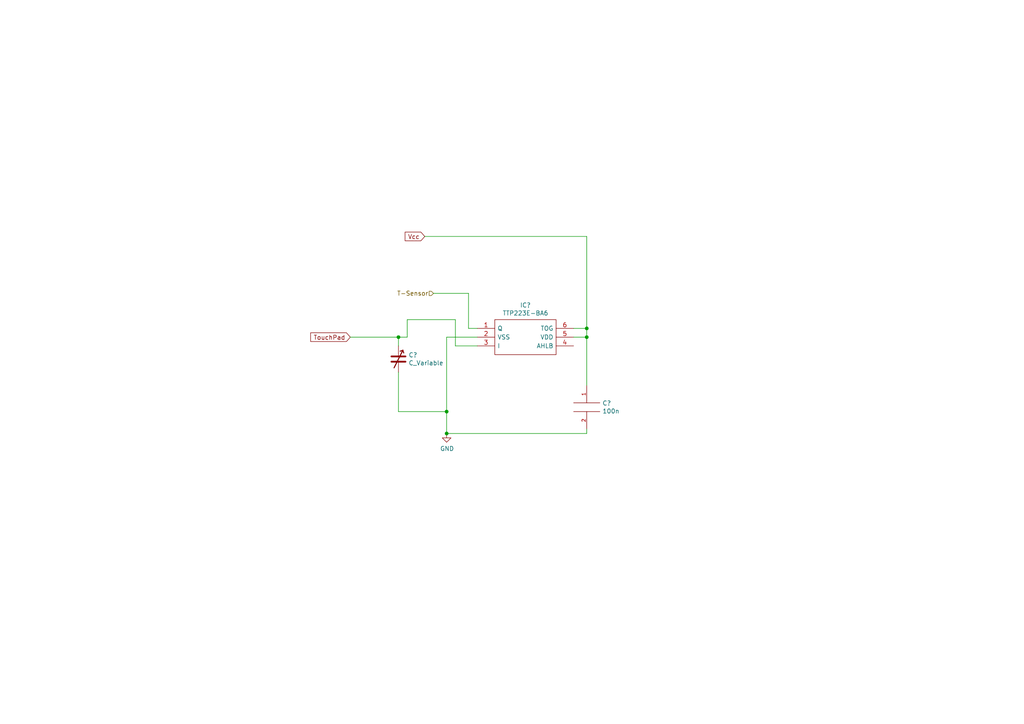
<source format=kicad_sch>
(kicad_sch (version 20230121) (generator eeschema)
  (paper "A4")
  (title_block (title "Digital Sensor") (date "2023-03-04") (rev "Rev 1") (company "UCT") (comment 1 "EEE3088F"))
  (lib_symbols
    (symbol "Device:C_Variable" (pin_numbers hide) (pin_names (offset 0.254) hide)
      (property "Reference" "C" (at 0.635 -1.905 0))
      (property "Value" "C_Variable" (at 0.635 -3.81 0))
      (symbol "C_Variable_0_1"
        (polyline (pts (xy -2.032 -0.762) (xy 2.032 -0.762)) (stroke (width 0.508)))
        (polyline (pts (xy -2.032 0.762) (xy 2.032 0.762)) (stroke (width 0.508)))
        (polyline (pts (xy 1.27 2.54) (xy -1.27 -2.54)) (stroke (width 0.3048)))
        (polyline (pts (xy 1.27 2.54) (xy 0.508 2.286)) (stroke (width 0.3048)))
        (polyline (pts (xy 1.27 2.54) (xy 1.524 1.778)) (stroke (width 0.3048)))
      )
      (symbol "C_Variable_1_1"
        (pin passive line (at 0 3.81 270) (length 3.048) (name "~") (number "1"))
        (pin passive line (at 0 -3.81 90) (length 3.048) (name "~") (number "2"))
      )
    )
    (symbol "Sensors-rescue:CAP-pspice" (pin_names (offset 0.254))
      (property "Reference" "C" (at 2.54 3.81 90))
      (property "Value" "pspice_CAP" (at 2.54 -3.81 90))
      (symbol "CAP-pspice_0_1"
        (polyline (pts (xy -3.81 -1.27) (xy 3.81 -1.27)))
        (polyline (pts (xy -3.81 1.27) (xy 3.81 1.27)))
      )
      (symbol "CAP-pspice_1_1"
        (pin passive line (at 0 6.35 270) (length 5.08) (name "~") (number "1"))
        (pin passive line (at 0 -6.35 90) (length 5.08) (name "~") (number "2"))
      )
    )
    (symbol "Sensors-rescue:TTP223E-BA6-TTP223E-BA6" (pin_names (offset 0.762))
      (property "Reference" "IC" (at 24.13 7.62 0))
      (property "Value" "TTP223E-BA6_TTP223E-BA6" (at 24.13 5.08 0))
      (symbol "TTP223E-BA6-TTP223E-BA6_0_0"
        (pin passive line (at 0 0 0) (length 5.08) (name "Q") (number "1"))
        (pin passive line (at 0 -2.54 0) (length 5.08) (name "VSS") (number "2"))
        (pin passive line (at 0 -5.08 0) (length 5.08) (name "I") (number "3"))
        (pin passive line (at 27.94 -5.08 180) (length 5.08) (name "AHLB") (number "4"))
        (pin passive line (at 27.94 -2.54 180) (length 5.08) (name "VDD") (number "5"))
        (pin passive line (at 27.94 0 180) (length 5.08) (name "TOG") (number "6"))
      )
      (symbol "TTP223E-BA6-TTP223E-BA6_0_1"
        (polyline (pts (xy 5.08 2.54) (xy 22.86 2.54) (xy 22.86 -7.62) (xy 5.08 -7.62) (xy 5.08 2.54)) (stroke (width 0.1524)))
      )
    )
    (symbol "power:GND" (power) (pin_names (offset 0))
      (property "Value" "GND" (at 0 -3.81 0))
      (symbol "GND_0_1"
        (polyline (pts (xy 0 0) (xy 0 -1.27) (xy 1.27 -1.27) (xy 0 -2.54) (xy -1.27 -1.27) (xy 0 -1.27)))
      )
      (symbol "GND_1_1"
        (pin power_in line (at 0 0 270) (length 0) hide (name "GND") (number "1"))
      )
    )
  )
  (junction (at 170.18 97.79))
  (junction (at 115.57 97.79))
  (junction (at 129.54 119.38))
  (junction (at 170.18 95.25))
  (junction (at 129.54 125.73))
  (wire (pts (xy 129.54 97.79) (xy 129.54 119.38)))
  (wire (pts (xy 135.89 95.25) (xy 138.43 95.25)))
  (wire (pts (xy 115.57 97.79) (xy 118.11 97.79)))
  (wire (pts (xy 170.18 125.73) (xy 170.18 124.46)))
  (wire (pts (xy 138.43 100.33) (xy 132.08 100.33)))
  (wire (pts (xy 123.19 68.58) (xy 170.18 68.58)))
  (wire (pts (xy 170.18 95.25) (xy 170.18 97.79)))
  (wire (pts (xy 129.54 125.73) (xy 170.18 125.73)))
  (wire (pts (xy 101.6 97.79) (xy 115.57 97.79)))
  (wire (pts (xy 170.18 68.58) (xy 170.18 95.25)))
  (wire (pts (xy 125.73 85.09) (xy 135.89 85.09)))
  (wire (pts (xy 115.57 107.95) (xy 115.57 119.38)))
  (wire (pts (xy 166.37 97.79) (xy 170.18 97.79)))
  (wire (pts (xy 170.18 111.76) (xy 170.18 97.79)))
  (wire (pts (xy 132.08 100.33) (xy 132.08 92.71)))
  (wire (pts (xy 115.57 100.33) (xy 115.57 97.79)))
  (wire (pts (xy 129.54 119.38) (xy 129.54 125.73)))
  (wire (pts (xy 118.11 92.71) (xy 132.08 92.71)))
  (wire (pts (xy 135.89 85.09) (xy 135.89 95.25)))
  (wire (pts (xy 138.43 97.79) (xy 129.54 97.79)))
  (wire (pts (xy 118.11 92.71) (xy 118.11 97.79)))
  (wire (pts (xy 115.57 119.38) (xy 129.54 119.38)))
  (wire (pts (xy 170.18 95.25) (xy 166.37 95.25)))
  (global_label "TouchPad" (shape input) (at 101.6 97.79 180) (property "Intersheetrefs" "${INTERSHEET_REFS}" (effects hide)))
  (global_label "Vcc" (shape input) (at 123.19 68.58 180) (property "Intersheetrefs" "${INTERSHEET_REFS}" (effects hide)))
  (hierarchical_label "T-Sensor" (shape input) (at 125.73 85.09 180))
  (symbol (lib_id "Sensors-rescue:TTP223E-BA6-TTP223E-BA6") (at 138.43 95.25 0) (unit 1)
    (property "Reference" "IC?" (at 152.4 88.519 0))
    (property "Value" "TTP223E-BA6" (at 152.4 90.8304 0))
    (property "Footprint" "TTP223E-BA6:SOT95P285X126-6N" (effects hide))
    (property "Datasheet" "https://datasheet.lcsc.com/szlcsc/1810251711_Tontek-Design-Tech-TTP223E-BA6_C129457.pdf" (effects hide))
    (property "Description" "SOT-23-6 Touch Screen Controller ICs" (effects hide))
    (property "Height" "1.26" (effects hide))
    (property "Manufacturer_Name" "Sam&wing" (effects hide))
    (property "Manufacturer_Part_Number" "223" (effects hide))
    (property "Price" "0.1" (effects hide))
    (property "JLCPCB Part #" "C1693666" (effects hide))
  )
  (symbol (lib_id "Sensors-rescue:CAP-pspice") (at 170.18 118.11 0) (unit 1)
    (property "Reference" "C?" (at 174.7012 116.9416 0) (effects (justify left)))
    (property "Value" "100n" (at 174.7012 119.253 0) (effects (justify left)))
    (property "Footprint" "Capacitor_THT:CP_Axial_L10.0mm_D4.5mm_P15.00mm_Horizontal" (effects hide))
    (property "Price" "0.0009" (effects hide))
  )
  (symbol (lib_id "power:GND") (at 129.54 125.73 0) (unit 1)
    (property "Reference" "#PWR?" (effects hide))
    (property "Value" "GND" (at 129.667 130.1242 0))
  )
  (symbol (lib_id "Device:C_Variable") (at 115.57 104.14 0) (unit 1)
    (property "Reference" "C?" (at 118.491 102.9716 0) (effects (justify left)))
    (property "Value" "C_Variable" (at 118.491 105.283 0) (effects (justify left)))
    (property "Footprint" "Capacitor_SMD:C_Trimmer_Murata_TZC3" (effects hide))
    (property "Price" "0.3067" (effects hide))
  )
)
</source>
